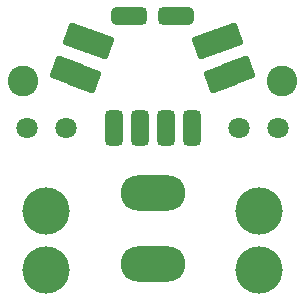
<source format=gbr>
%TF.GenerationSoftware,KiCad,Pcbnew,(6.0.5)*%
%TF.CreationDate,2022-11-23T01:52:28-05:00*%
%TF.ProjectId,Eggman3,4567676d-616e-4332-9e6b-696361645f70,rev?*%
%TF.SameCoordinates,Original*%
%TF.FileFunction,Soldermask,Top*%
%TF.FilePolarity,Negative*%
%FSLAX46Y46*%
G04 Gerber Fmt 4.6, Leading zero omitted, Abs format (unit mm)*
G04 Created by KiCad (PCBNEW (6.0.5)) date 2022-11-23 01:52:28*
%MOMM*%
%LPD*%
G01*
G04 APERTURE LIST*
G04 Aperture macros list*
%AMRoundRect*
0 Rectangle with rounded corners*
0 $1 Rounding radius*
0 $2 $3 $4 $5 $6 $7 $8 $9 X,Y pos of 4 corners*
0 Add a 4 corners polygon primitive as box body*
4,1,4,$2,$3,$4,$5,$6,$7,$8,$9,$2,$3,0*
0 Add four circle primitives for the rounded corners*
1,1,$1+$1,$2,$3*
1,1,$1+$1,$4,$5*
1,1,$1+$1,$6,$7*
1,1,$1+$1,$8,$9*
0 Add four rect primitives between the rounded corners*
20,1,$1+$1,$2,$3,$4,$5,0*
20,1,$1+$1,$4,$5,$6,$7,0*
20,1,$1+$1,$6,$7,$8,$9,0*
20,1,$1+$1,$8,$9,$2,$3,0*%
G04 Aperture macros list end*
%ADD10C,1.800000*%
%ADD11C,2.600000*%
%ADD12RoundRect,0.200000X-1.260293X0.392633X-0.713061X-1.110875X1.260293X-0.392633X0.713061X1.110875X0*%
%ADD13RoundRect,0.200000X1.260293X-0.392633X0.713061X1.110875X-1.260293X0.392633X-0.713061X-1.110875X0*%
%ADD14RoundRect,0.200000X-0.713061X1.110875X-1.260293X-0.392633X0.713061X-1.110875X1.260293X0.392633X0*%
%ADD15RoundRect,0.200000X0.713061X-1.110875X1.260293X0.392633X-0.713061X1.110875X-1.260293X-0.392633X0*%
%ADD16C,4.000000*%
%ADD17RoundRect,1.500000X1.250000X0.000000X1.250000X0.000000X-1.250000X0.000000X-1.250000X0.000000X0*%
%ADD18RoundRect,0.375000X-0.375000X-0.375000X0.375000X-0.375000X0.375000X0.375000X-0.375000X0.375000X0*%
%ADD19RoundRect,0.375000X-0.375000X-1.125000X0.375000X-1.125000X0.375000X1.125000X-0.375000X1.125000X0*%
%ADD20RoundRect,0.375000X-0.375000X0.375000X-0.375000X-0.375000X0.375000X-0.375000X0.375000X0.375000X0*%
%ADD21RoundRect,0.375000X-1.125000X0.375000X-1.125000X-0.375000X1.125000X-0.375000X1.125000X0.375000X0*%
%ADD22RoundRect,0.375000X0.375000X-0.375000X0.375000X0.375000X-0.375000X0.375000X-0.375000X-0.375000X0*%
%ADD23RoundRect,0.375000X1.125000X-0.375000X1.125000X0.375000X-1.125000X0.375000X-1.125000X-0.375000X0*%
G04 APERTURE END LIST*
D10*
%TO.C,C2*%
X-10650000Y15000000D03*
X-7350000Y15000000D03*
%TD*%
%TO.C,C1*%
X7350000Y15000000D03*
X10650000Y15000000D03*
%TD*%
D11*
%TO.C,*%
X-11000000Y19000000D03*
%TD*%
%TO.C,*%
X11000000Y19000000D03*
%TD*%
D12*
%TO.C,J11*%
X6198566Y22694079D03*
D13*
X4758957Y22170104D03*
D12*
X7241043Y19829896D03*
D13*
X5801434Y19305921D03*
%TD*%
D14*
%TO.C,J10*%
X-4718923Y22170104D03*
D15*
X-6158532Y22694079D03*
D14*
X-5761400Y19305921D03*
D15*
X-7201010Y19829896D03*
%TD*%
D16*
%TO.C,J9*%
X-9000000Y8000000D03*
X-9000000Y3000000D03*
%TD*%
%TO.C,J8*%
X9000000Y3000000D03*
X9000000Y8000000D03*
%TD*%
D17*
%TO.C,J7*%
X0Y3500000D03*
X0Y9500000D03*
%TD*%
D18*
%TO.C,J4*%
X-3300000Y14250000D03*
D19*
X-3300000Y15000000D03*
%TD*%
D18*
%TO.C,J3*%
X-1100000Y14250000D03*
D19*
X-1100000Y15000000D03*
%TD*%
D20*
%TO.C,J2*%
X1250000Y24500000D03*
D21*
X2000000Y24500000D03*
%TD*%
D18*
%TO.C,J1*%
X1100000Y14250000D03*
D19*
X1100000Y15000000D03*
%TD*%
D18*
%TO.C,J6*%
X3300000Y14250000D03*
D19*
X3300000Y15000000D03*
%TD*%
D22*
%TO.C,J5*%
X-1250000Y24500000D03*
D23*
X-2000000Y24500000D03*
%TD*%
M02*

</source>
